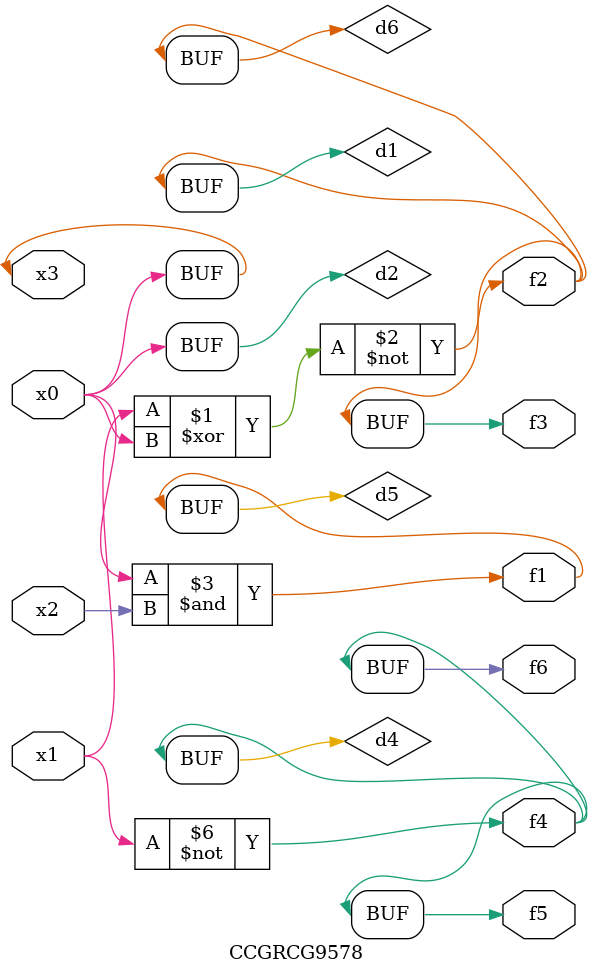
<source format=v>
module CCGRCG9578(
	input x0, x1, x2, x3,
	output f1, f2, f3, f4, f5, f6
);

	wire d1, d2, d3, d4, d5, d6;

	xnor (d1, x1, x3);
	buf (d2, x0, x3);
	nand (d3, x0, x2);
	not (d4, x1);
	nand (d5, d3);
	or (d6, d1);
	assign f1 = d5;
	assign f2 = d6;
	assign f3 = d6;
	assign f4 = d4;
	assign f5 = d4;
	assign f6 = d4;
endmodule

</source>
